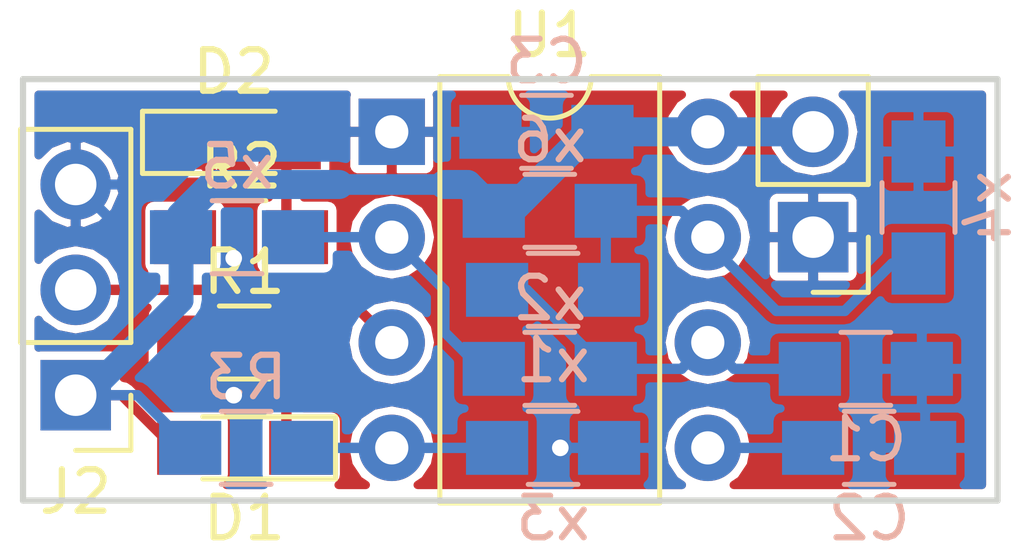
<source format=kicad_pcb>
(kicad_pcb (version 4) (host pcbnew 4.0.7)

  (general
    (links 31)
    (no_connects 0)
    (area 121.164999 102.105 146.285 116.435)
    (thickness 1.6)
    (drawings 7)
    (tracks 60)
    (zones 0)
    (modules 17)
    (nets 11)
  )

  (page A4)
  (layers
    (0 F.Cu signal)
    (31 B.Cu signal)
    (32 B.Adhes user)
    (33 F.Adhes user)
    (34 B.Paste user)
    (35 F.Paste user)
    (36 B.SilkS user)
    (37 F.SilkS user)
    (38 B.Mask user)
    (39 F.Mask user)
    (40 Dwgs.User user)
    (41 Cmts.User user)
    (42 Eco1.User user)
    (43 Eco2.User user)
    (44 Edge.Cuts user)
    (45 Margin user)
    (46 B.CrtYd user)
    (47 F.CrtYd user)
    (48 B.Fab user hide)
    (49 F.Fab user hide)
  )

  (setup
    (last_trace_width 0.7)
    (user_trace_width 0.3)
    (user_trace_width 0.4)
    (user_trace_width 0.5)
    (user_trace_width 0.6)
    (user_trace_width 0.7)
    (trace_clearance 0.2)
    (zone_clearance 0.508)
    (zone_45_only no)
    (trace_min 0.2)
    (segment_width 0.2)
    (edge_width 0.15)
    (via_size 0.6)
    (via_drill 0.4)
    (via_min_size 0.4)
    (via_min_drill 0.3)
    (uvia_size 0.3)
    (uvia_drill 0.1)
    (uvias_allowed no)
    (uvia_min_size 0.2)
    (uvia_min_drill 0.1)
    (pcb_text_width 0.3)
    (pcb_text_size 1.5 1.5)
    (mod_edge_width 0.15)
    (mod_text_size 1 1)
    (mod_text_width 0.15)
    (pad_size 1.524 1.524)
    (pad_drill 0.762)
    (pad_to_mask_clearance 0.2)
    (aux_axis_origin 146.05 103.632)
    (visible_elements FFFCFF7F)
    (pcbplotparams
      (layerselection 0x010f0_80000001)
      (usegerberextensions true)
      (usegerberattributes true)
      (excludeedgelayer true)
      (linewidth 0.100000)
      (plotframeref false)
      (viasonmask false)
      (mode 1)
      (useauxorigin true)
      (hpglpennumber 1)
      (hpglpenspeed 20)
      (hpglpendiameter 15)
      (hpglpenoverlay 2)
      (psnegative false)
      (psa4output false)
      (plotreference false)
      (plotvalue false)
      (plotinvisibletext false)
      (padsonsilk false)
      (subtractmaskfromsilk false)
      (outputformat 1)
      (mirror false)
      (drillshape 0)
      (scaleselection 1)
      (outputdirectory gerbers/))
  )

  (net 0 "")
  (net 1 THRESHOLD)
  (net 2 GND)
  (net 3 "Net-(C2-Pad1)")
  (net 4 VCC)
  (net 5 OUT)
  (net 6 RESET)
  (net 7 TRIGGER)
  (net 8 DISCHARGE)
  (net 9 "Net-(D1-Pad1)")
  (net 10 "Net-(D2-Pad2)")

  (net_class Default "This is the default net class."
    (clearance 0.2)
    (trace_width 0.25)
    (via_dia 0.6)
    (via_drill 0.4)
    (uvia_dia 0.3)
    (uvia_drill 0.1)
    (add_net DISCHARGE)
    (add_net GND)
    (add_net "Net-(C2-Pad1)")
    (add_net "Net-(D1-Pad1)")
    (add_net "Net-(D2-Pad2)")
    (add_net OUT)
    (add_net RESET)
    (add_net THRESHOLD)
    (add_net TRIGGER)
    (add_net VCC)
  )

  (module Resistors_SMD:R_0805_HandSoldering (layer B.Cu) (tedit 58E0A804) (tstamp 5ACFC264)
    (at 142.24 111.125)
    (descr "Resistor SMD 0805, hand soldering")
    (tags "resistor 0805")
    (path /5ACFC244)
    (attr smd)
    (fp_text reference C1 (at 0 1.7) (layer B.SilkS)
      (effects (font (size 1 1) (thickness 0.15)) (justify mirror))
    )
    (fp_text value C_Small (at 0 -1.75) (layer B.Fab)
      (effects (font (size 1 1) (thickness 0.15)) (justify mirror))
    )
    (fp_text user %R (at 0 0) (layer B.Fab)
      (effects (font (size 0.5 0.5) (thickness 0.075)) (justify mirror))
    )
    (fp_line (start -1 -0.62) (end -1 0.62) (layer B.Fab) (width 0.1))
    (fp_line (start 1 -0.62) (end -1 -0.62) (layer B.Fab) (width 0.1))
    (fp_line (start 1 0.62) (end 1 -0.62) (layer B.Fab) (width 0.1))
    (fp_line (start -1 0.62) (end 1 0.62) (layer B.Fab) (width 0.1))
    (fp_line (start 0.6 -0.88) (end -0.6 -0.88) (layer B.SilkS) (width 0.12))
    (fp_line (start -0.6 0.88) (end 0.6 0.88) (layer B.SilkS) (width 0.12))
    (fp_line (start -2.35 0.9) (end 2.35 0.9) (layer B.CrtYd) (width 0.05))
    (fp_line (start -2.35 0.9) (end -2.35 -0.9) (layer B.CrtYd) (width 0.05))
    (fp_line (start 2.35 -0.9) (end 2.35 0.9) (layer B.CrtYd) (width 0.05))
    (fp_line (start 2.35 -0.9) (end -2.35 -0.9) (layer B.CrtYd) (width 0.05))
    (pad 1 smd rect (at -1.35 0) (size 1.5 1.3) (layers B.Cu B.Paste B.Mask)
      (net 1 THRESHOLD))
    (pad 2 smd rect (at 1.35 0) (size 1.5 1.3) (layers B.Cu B.Paste B.Mask)
      (net 2 GND))
    (model ${KISYS3DMOD}/Resistors_SMD.3dshapes/R_0805.wrl
      (at (xyz 0 0 0))
      (scale (xyz 1 1 1))
      (rotate (xyz 0 0 0))
    )
  )

  (module Resistors_SMD:R_0805_HandSoldering (layer B.Cu) (tedit 58E0A804) (tstamp 5ACFC26A)
    (at 142.32 113.03)
    (descr "Resistor SMD 0805, hand soldering")
    (tags "resistor 0805")
    (path /5ACFBEC0)
    (attr smd)
    (fp_text reference C2 (at 0 1.7) (layer B.SilkS)
      (effects (font (size 1 1) (thickness 0.15)) (justify mirror))
    )
    (fp_text value 100nF (at 0 -1.75) (layer B.Fab)
      (effects (font (size 1 1) (thickness 0.15)) (justify mirror))
    )
    (fp_text user %R (at 0 0) (layer B.Fab)
      (effects (font (size 0.5 0.5) (thickness 0.075)) (justify mirror))
    )
    (fp_line (start -1 -0.62) (end -1 0.62) (layer B.Fab) (width 0.1))
    (fp_line (start 1 -0.62) (end -1 -0.62) (layer B.Fab) (width 0.1))
    (fp_line (start 1 0.62) (end 1 -0.62) (layer B.Fab) (width 0.1))
    (fp_line (start -1 0.62) (end 1 0.62) (layer B.Fab) (width 0.1))
    (fp_line (start 0.6 -0.88) (end -0.6 -0.88) (layer B.SilkS) (width 0.12))
    (fp_line (start -0.6 0.88) (end 0.6 0.88) (layer B.SilkS) (width 0.12))
    (fp_line (start -2.35 0.9) (end 2.35 0.9) (layer B.CrtYd) (width 0.05))
    (fp_line (start -2.35 0.9) (end -2.35 -0.9) (layer B.CrtYd) (width 0.05))
    (fp_line (start 2.35 -0.9) (end 2.35 0.9) (layer B.CrtYd) (width 0.05))
    (fp_line (start 2.35 -0.9) (end -2.35 -0.9) (layer B.CrtYd) (width 0.05))
    (pad 1 smd rect (at -1.35 0) (size 1.5 1.3) (layers B.Cu B.Paste B.Mask)
      (net 3 "Net-(C2-Pad1)"))
    (pad 2 smd rect (at 1.35 0) (size 1.5 1.3) (layers B.Cu B.Paste B.Mask)
      (net 2 GND))
    (model ${KISYS3DMOD}/Resistors_SMD.3dshapes/R_0805.wrl
      (at (xyz 0 0 0))
      (scale (xyz 1 1 1))
      (rotate (xyz 0 0 0))
    )
  )

  (module Resistors_SMD:R_0805_HandSoldering (layer B.Cu) (tedit 58E0A804) (tstamp 5ACFC270)
    (at 134.54 105.41 180)
    (descr "Resistor SMD 0805, hand soldering")
    (tags "resistor 0805")
    (path /5ACFBDFC)
    (attr smd)
    (fp_text reference C3 (at 0 1.7 180) (layer B.SilkS)
      (effects (font (size 1 1) (thickness 0.15)) (justify mirror))
    )
    (fp_text value 100nF (at 0 -1.75 180) (layer B.Fab)
      (effects (font (size 1 1) (thickness 0.15)) (justify mirror))
    )
    (fp_text user %R (at 0 0 180) (layer B.Fab)
      (effects (font (size 0.5 0.5) (thickness 0.075)) (justify mirror))
    )
    (fp_line (start -1 -0.62) (end -1 0.62) (layer B.Fab) (width 0.1))
    (fp_line (start 1 -0.62) (end -1 -0.62) (layer B.Fab) (width 0.1))
    (fp_line (start 1 0.62) (end 1 -0.62) (layer B.Fab) (width 0.1))
    (fp_line (start -1 0.62) (end 1 0.62) (layer B.Fab) (width 0.1))
    (fp_line (start 0.6 -0.88) (end -0.6 -0.88) (layer B.SilkS) (width 0.12))
    (fp_line (start -0.6 0.88) (end 0.6 0.88) (layer B.SilkS) (width 0.12))
    (fp_line (start -2.35 0.9) (end 2.35 0.9) (layer B.CrtYd) (width 0.05))
    (fp_line (start -2.35 0.9) (end -2.35 -0.9) (layer B.CrtYd) (width 0.05))
    (fp_line (start 2.35 -0.9) (end 2.35 0.9) (layer B.CrtYd) (width 0.05))
    (fp_line (start 2.35 -0.9) (end -2.35 -0.9) (layer B.CrtYd) (width 0.05))
    (pad 1 smd rect (at -1.35 0 180) (size 1.5 1.3) (layers B.Cu B.Paste B.Mask)
      (net 4 VCC))
    (pad 2 smd rect (at 1.35 0 180) (size 1.5 1.3) (layers B.Cu B.Paste B.Mask)
      (net 2 GND))
    (model ${KISYS3DMOD}/Resistors_SMD.3dshapes/R_0805.wrl
      (at (xyz 0 0 0))
      (scale (xyz 1 1 1))
      (rotate (xyz 0 0 0))
    )
  )

  (module LEDs:LED_0805_HandSoldering (layer F.Cu) (tedit 595FCA25) (tstamp 5ACFC276)
    (at 127.254 113.03 180)
    (descr "Resistor SMD 0805, hand soldering")
    (tags "resistor 0805")
    (path /5ACFD27A)
    (attr smd)
    (fp_text reference D1 (at 0 -1.7 180) (layer F.SilkS)
      (effects (font (size 1 1) (thickness 0.15)))
    )
    (fp_text value LED (at 0 1.75 180) (layer F.Fab)
      (effects (font (size 1 1) (thickness 0.15)))
    )
    (fp_line (start -0.4 -0.4) (end -0.4 0.4) (layer F.Fab) (width 0.1))
    (fp_line (start -0.4 0) (end 0.2 -0.4) (layer F.Fab) (width 0.1))
    (fp_line (start 0.2 0.4) (end -0.4 0) (layer F.Fab) (width 0.1))
    (fp_line (start 0.2 -0.4) (end 0.2 0.4) (layer F.Fab) (width 0.1))
    (fp_line (start -1 0.62) (end -1 -0.62) (layer F.Fab) (width 0.1))
    (fp_line (start 1 0.62) (end -1 0.62) (layer F.Fab) (width 0.1))
    (fp_line (start 1 -0.62) (end 1 0.62) (layer F.Fab) (width 0.1))
    (fp_line (start -1 -0.62) (end 1 -0.62) (layer F.Fab) (width 0.1))
    (fp_line (start 1 0.75) (end -2.2 0.75) (layer F.SilkS) (width 0.12))
    (fp_line (start -2.2 -0.75) (end 1 -0.75) (layer F.SilkS) (width 0.12))
    (fp_line (start -2.35 -0.9) (end 2.35 -0.9) (layer F.CrtYd) (width 0.05))
    (fp_line (start -2.35 -0.9) (end -2.35 0.9) (layer F.CrtYd) (width 0.05))
    (fp_line (start 2.35 0.9) (end 2.35 -0.9) (layer F.CrtYd) (width 0.05))
    (fp_line (start 2.35 0.9) (end -2.35 0.9) (layer F.CrtYd) (width 0.05))
    (fp_line (start -2.2 -0.75) (end -2.2 0.75) (layer F.SilkS) (width 0.12))
    (pad 1 smd rect (at -1.35 0 180) (size 1.5 1.3) (layers F.Cu F.Paste F.Mask)
      (net 9 "Net-(D1-Pad1)"))
    (pad 2 smd rect (at 1.35 0 180) (size 1.5 1.3) (layers F.Cu F.Paste F.Mask)
      (net 4 VCC))
    (model ${KISYS3DMOD}/LEDs.3dshapes/LED_0805.wrl
      (at (xyz 0 0 0))
      (scale (xyz 1 1 1))
      (rotate (xyz 0 0 0))
    )
  )

  (module LEDs:LED_0805_HandSoldering (layer F.Cu) (tedit 595FCA25) (tstamp 5ACFC27C)
    (at 127 105.664)
    (descr "Resistor SMD 0805, hand soldering")
    (tags "resistor 0805")
    (path /5ACFD3CD)
    (attr smd)
    (fp_text reference D2 (at 0 -1.7) (layer F.SilkS)
      (effects (font (size 1 1) (thickness 0.15)))
    )
    (fp_text value LED (at 0 1.75) (layer F.Fab)
      (effects (font (size 1 1) (thickness 0.15)))
    )
    (fp_line (start -0.4 -0.4) (end -0.4 0.4) (layer F.Fab) (width 0.1))
    (fp_line (start -0.4 0) (end 0.2 -0.4) (layer F.Fab) (width 0.1))
    (fp_line (start 0.2 0.4) (end -0.4 0) (layer F.Fab) (width 0.1))
    (fp_line (start 0.2 -0.4) (end 0.2 0.4) (layer F.Fab) (width 0.1))
    (fp_line (start -1 0.62) (end -1 -0.62) (layer F.Fab) (width 0.1))
    (fp_line (start 1 0.62) (end -1 0.62) (layer F.Fab) (width 0.1))
    (fp_line (start 1 -0.62) (end 1 0.62) (layer F.Fab) (width 0.1))
    (fp_line (start -1 -0.62) (end 1 -0.62) (layer F.Fab) (width 0.1))
    (fp_line (start 1 0.75) (end -2.2 0.75) (layer F.SilkS) (width 0.12))
    (fp_line (start -2.2 -0.75) (end 1 -0.75) (layer F.SilkS) (width 0.12))
    (fp_line (start -2.35 -0.9) (end 2.35 -0.9) (layer F.CrtYd) (width 0.05))
    (fp_line (start -2.35 -0.9) (end -2.35 0.9) (layer F.CrtYd) (width 0.05))
    (fp_line (start 2.35 0.9) (end 2.35 -0.9) (layer F.CrtYd) (width 0.05))
    (fp_line (start 2.35 0.9) (end -2.35 0.9) (layer F.CrtYd) (width 0.05))
    (fp_line (start -2.2 -0.75) (end -2.2 0.75) (layer F.SilkS) (width 0.12))
    (pad 1 smd rect (at -1.35 0) (size 1.5 1.3) (layers F.Cu F.Paste F.Mask)
      (net 2 GND))
    (pad 2 smd rect (at 1.35 0) (size 1.5 1.3) (layers F.Cu F.Paste F.Mask)
      (net 10 "Net-(D2-Pad2)"))
    (model ${KISYS3DMOD}/LEDs.3dshapes/LED_0805.wrl
      (at (xyz 0 0 0))
      (scale (xyz 1 1 1))
      (rotate (xyz 0 0 0))
    )
  )

  (module Pin_Headers:Pin_Header_Straight_1x02_Pitch2.54mm (layer F.Cu) (tedit 5ACFC621) (tstamp 5ACFC282)
    (at 140.97 107.95 180)
    (descr "Through hole straight pin header, 1x02, 2.54mm pitch, single row")
    (tags "Through hole pin header THT 1x02 2.54mm single row")
    (path /5ACFBC62)
    (fp_text reference J1 (at 0 -2.33 180) (layer F.SilkS) hide
      (effects (font (size 1 1) (thickness 0.15)))
    )
    (fp_text value PWR (at 0 4.87 180) (layer F.Fab)
      (effects (font (size 1 1) (thickness 0.15)))
    )
    (fp_line (start -0.635 -1.27) (end 1.27 -1.27) (layer F.Fab) (width 0.1))
    (fp_line (start 1.27 -1.27) (end 1.27 3.81) (layer F.Fab) (width 0.1))
    (fp_line (start 1.27 3.81) (end -1.27 3.81) (layer F.Fab) (width 0.1))
    (fp_line (start -1.27 3.81) (end -1.27 -0.635) (layer F.Fab) (width 0.1))
    (fp_line (start -1.27 -0.635) (end -0.635 -1.27) (layer F.Fab) (width 0.1))
    (fp_line (start -1.33 3.87) (end 1.33 3.87) (layer F.SilkS) (width 0.12))
    (fp_line (start -1.33 1.27) (end -1.33 3.87) (layer F.SilkS) (width 0.12))
    (fp_line (start 1.33 1.27) (end 1.33 3.87) (layer F.SilkS) (width 0.12))
    (fp_line (start -1.33 1.27) (end 1.33 1.27) (layer F.SilkS) (width 0.12))
    (fp_line (start -1.33 0) (end -1.33 -1.33) (layer F.SilkS) (width 0.12))
    (fp_line (start -1.33 -1.33) (end 0 -1.33) (layer F.SilkS) (width 0.12))
    (fp_line (start -1.8 -1.8) (end -1.8 4.35) (layer F.CrtYd) (width 0.05))
    (fp_line (start -1.8 4.35) (end 1.8 4.35) (layer F.CrtYd) (width 0.05))
    (fp_line (start 1.8 4.35) (end 1.8 -1.8) (layer F.CrtYd) (width 0.05))
    (fp_line (start 1.8 -1.8) (end -1.8 -1.8) (layer F.CrtYd) (width 0.05))
    (fp_text user %R (at 0 1.27 270) (layer F.Fab)
      (effects (font (size 1 1) (thickness 0.15)))
    )
    (pad 1 thru_hole rect (at 0 0 180) (size 1.7 1.7) (drill 1) (layers *.Cu *.Mask)
      (net 2 GND))
    (pad 2 thru_hole oval (at 0 2.54 180) (size 1.7 1.7) (drill 1) (layers *.Cu *.Mask)
      (net 4 VCC))
    (model ${KISYS3DMOD}/Pin_Headers.3dshapes/Pin_Header_Straight_1x02_Pitch2.54mm.wrl
      (at (xyz 0 0 0))
      (scale (xyz 1 1 1))
      (rotate (xyz 0 0 0))
    )
  )

  (module Pin_Headers:Pin_Header_Straight_1x03_Pitch2.54mm (layer F.Cu) (tedit 59650532) (tstamp 5ACFC289)
    (at 123.19 111.76 180)
    (descr "Through hole straight pin header, 1x03, 2.54mm pitch, single row")
    (tags "Through hole pin header THT 1x03 2.54mm single row")
    (path /5ACFBCE9)
    (fp_text reference J2 (at 0 -2.33 180) (layer F.SilkS)
      (effects (font (size 1 1) (thickness 0.15)))
    )
    (fp_text value OUT (at 0 7.41 180) (layer F.Fab)
      (effects (font (size 1 1) (thickness 0.15)))
    )
    (fp_line (start -0.635 -1.27) (end 1.27 -1.27) (layer F.Fab) (width 0.1))
    (fp_line (start 1.27 -1.27) (end 1.27 6.35) (layer F.Fab) (width 0.1))
    (fp_line (start 1.27 6.35) (end -1.27 6.35) (layer F.Fab) (width 0.1))
    (fp_line (start -1.27 6.35) (end -1.27 -0.635) (layer F.Fab) (width 0.1))
    (fp_line (start -1.27 -0.635) (end -0.635 -1.27) (layer F.Fab) (width 0.1))
    (fp_line (start -1.33 6.41) (end 1.33 6.41) (layer F.SilkS) (width 0.12))
    (fp_line (start -1.33 1.27) (end -1.33 6.41) (layer F.SilkS) (width 0.12))
    (fp_line (start 1.33 1.27) (end 1.33 6.41) (layer F.SilkS) (width 0.12))
    (fp_line (start -1.33 1.27) (end 1.33 1.27) (layer F.SilkS) (width 0.12))
    (fp_line (start -1.33 0) (end -1.33 -1.33) (layer F.SilkS) (width 0.12))
    (fp_line (start -1.33 -1.33) (end 0 -1.33) (layer F.SilkS) (width 0.12))
    (fp_line (start -1.8 -1.8) (end -1.8 6.85) (layer F.CrtYd) (width 0.05))
    (fp_line (start -1.8 6.85) (end 1.8 6.85) (layer F.CrtYd) (width 0.05))
    (fp_line (start 1.8 6.85) (end 1.8 -1.8) (layer F.CrtYd) (width 0.05))
    (fp_line (start 1.8 -1.8) (end -1.8 -1.8) (layer F.CrtYd) (width 0.05))
    (fp_text user %R (at 0 2.54 270) (layer F.Fab)
      (effects (font (size 1 1) (thickness 0.15)))
    )
    (pad 1 thru_hole rect (at 0 0 180) (size 1.7 1.7) (drill 1) (layers *.Cu *.Mask)
      (net 4 VCC))
    (pad 2 thru_hole oval (at 0 2.54 180) (size 1.7 1.7) (drill 1) (layers *.Cu *.Mask)
      (net 5 OUT))
    (pad 3 thru_hole oval (at 0 5.08 180) (size 1.7 1.7) (drill 1) (layers *.Cu *.Mask)
      (net 2 GND))
    (model ${KISYS3DMOD}/Pin_Headers.3dshapes/Pin_Header_Straight_1x03_Pitch2.54mm.wrl
      (at (xyz 0 0 0))
      (scale (xyz 1 1 1))
      (rotate (xyz 0 0 0))
    )
  )

  (module Resistors_SMD:R_0805_HandSoldering (layer F.Cu) (tedit 58E0A804) (tstamp 5ACFC28F)
    (at 127.254 110.49)
    (descr "Resistor SMD 0805, hand soldering")
    (tags "resistor 0805")
    (path /5ACFD310)
    (attr smd)
    (fp_text reference R1 (at 0 -1.7) (layer F.SilkS)
      (effects (font (size 1 1) (thickness 0.15)))
    )
    (fp_text value R_Small (at 0 1.75) (layer F.Fab)
      (effects (font (size 1 1) (thickness 0.15)))
    )
    (fp_text user %R (at 0 0) (layer F.Fab)
      (effects (font (size 0.5 0.5) (thickness 0.075)))
    )
    (fp_line (start -1 0.62) (end -1 -0.62) (layer F.Fab) (width 0.1))
    (fp_line (start 1 0.62) (end -1 0.62) (layer F.Fab) (width 0.1))
    (fp_line (start 1 -0.62) (end 1 0.62) (layer F.Fab) (width 0.1))
    (fp_line (start -1 -0.62) (end 1 -0.62) (layer F.Fab) (width 0.1))
    (fp_line (start 0.6 0.88) (end -0.6 0.88) (layer F.SilkS) (width 0.12))
    (fp_line (start -0.6 -0.88) (end 0.6 -0.88) (layer F.SilkS) (width 0.12))
    (fp_line (start -2.35 -0.9) (end 2.35 -0.9) (layer F.CrtYd) (width 0.05))
    (fp_line (start -2.35 -0.9) (end -2.35 0.9) (layer F.CrtYd) (width 0.05))
    (fp_line (start 2.35 0.9) (end 2.35 -0.9) (layer F.CrtYd) (width 0.05))
    (fp_line (start 2.35 0.9) (end -2.35 0.9) (layer F.CrtYd) (width 0.05))
    (pad 1 smd rect (at -1.35 0) (size 1.5 1.3) (layers F.Cu F.Paste F.Mask)
      (net 5 OUT))
    (pad 2 smd rect (at 1.35 0) (size 1.5 1.3) (layers F.Cu F.Paste F.Mask)
      (net 9 "Net-(D1-Pad1)"))
    (model ${KISYS3DMOD}/Resistors_SMD.3dshapes/R_0805.wrl
      (at (xyz 0 0 0))
      (scale (xyz 1 1 1))
      (rotate (xyz 0 0 0))
    )
  )

  (module Resistors_SMD:R_0805_HandSoldering (layer F.Cu) (tedit 58E0A804) (tstamp 5ACFC295)
    (at 127.174 107.95)
    (descr "Resistor SMD 0805, hand soldering")
    (tags "resistor 0805")
    (path /5ACFD41A)
    (attr smd)
    (fp_text reference R2 (at 0 -1.7) (layer F.SilkS)
      (effects (font (size 1 1) (thickness 0.15)))
    )
    (fp_text value R_Small (at 0 1.75) (layer F.Fab)
      (effects (font (size 1 1) (thickness 0.15)))
    )
    (fp_text user %R (at 0 0) (layer F.Fab)
      (effects (font (size 0.5 0.5) (thickness 0.075)))
    )
    (fp_line (start -1 0.62) (end -1 -0.62) (layer F.Fab) (width 0.1))
    (fp_line (start 1 0.62) (end -1 0.62) (layer F.Fab) (width 0.1))
    (fp_line (start 1 -0.62) (end 1 0.62) (layer F.Fab) (width 0.1))
    (fp_line (start -1 -0.62) (end 1 -0.62) (layer F.Fab) (width 0.1))
    (fp_line (start 0.6 0.88) (end -0.6 0.88) (layer F.SilkS) (width 0.12))
    (fp_line (start -0.6 -0.88) (end 0.6 -0.88) (layer F.SilkS) (width 0.12))
    (fp_line (start -2.35 -0.9) (end 2.35 -0.9) (layer F.CrtYd) (width 0.05))
    (fp_line (start -2.35 -0.9) (end -2.35 0.9) (layer F.CrtYd) (width 0.05))
    (fp_line (start 2.35 0.9) (end 2.35 -0.9) (layer F.CrtYd) (width 0.05))
    (fp_line (start 2.35 0.9) (end -2.35 0.9) (layer F.CrtYd) (width 0.05))
    (pad 1 smd rect (at -1.35 0) (size 1.5 1.3) (layers F.Cu F.Paste F.Mask)
      (net 5 OUT))
    (pad 2 smd rect (at 1.35 0) (size 1.5 1.3) (layers F.Cu F.Paste F.Mask)
      (net 10 "Net-(D2-Pad2)"))
    (model ${KISYS3DMOD}/Resistors_SMD.3dshapes/R_0805.wrl
      (at (xyz 0 0 0))
      (scale (xyz 1 1 1))
      (rotate (xyz 0 0 0))
    )
  )

  (module Resistors_SMD:R_0805_HandSoldering (layer B.Cu) (tedit 58E0A804) (tstamp 5ACFC29B)
    (at 127.3 113.03 180)
    (descr "Resistor SMD 0805, hand soldering")
    (tags "resistor 0805")
    (path /5ACFBFC2)
    (attr smd)
    (fp_text reference R3 (at 0 1.7 180) (layer B.SilkS)
      (effects (font (size 1 1) (thickness 0.15)) (justify mirror))
    )
    (fp_text value 10K (at 0 -1.75 180) (layer B.Fab)
      (effects (font (size 1 1) (thickness 0.15)) (justify mirror))
    )
    (fp_text user %R (at 0 0 180) (layer B.Fab)
      (effects (font (size 0.5 0.5) (thickness 0.075)) (justify mirror))
    )
    (fp_line (start -1 -0.62) (end -1 0.62) (layer B.Fab) (width 0.1))
    (fp_line (start 1 -0.62) (end -1 -0.62) (layer B.Fab) (width 0.1))
    (fp_line (start 1 0.62) (end 1 -0.62) (layer B.Fab) (width 0.1))
    (fp_line (start -1 0.62) (end 1 0.62) (layer B.Fab) (width 0.1))
    (fp_line (start 0.6 -0.88) (end -0.6 -0.88) (layer B.SilkS) (width 0.12))
    (fp_line (start -0.6 0.88) (end 0.6 0.88) (layer B.SilkS) (width 0.12))
    (fp_line (start -2.35 0.9) (end 2.35 0.9) (layer B.CrtYd) (width 0.05))
    (fp_line (start -2.35 0.9) (end -2.35 -0.9) (layer B.CrtYd) (width 0.05))
    (fp_line (start 2.35 -0.9) (end 2.35 0.9) (layer B.CrtYd) (width 0.05))
    (fp_line (start 2.35 -0.9) (end -2.35 -0.9) (layer B.CrtYd) (width 0.05))
    (pad 1 smd rect (at -1.35 0 180) (size 1.5 1.3) (layers B.Cu B.Paste B.Mask)
      (net 6 RESET))
    (pad 2 smd rect (at 1.35 0 180) (size 1.5 1.3) (layers B.Cu B.Paste B.Mask)
      (net 4 VCC))
    (model ${KISYS3DMOD}/Resistors_SMD.3dshapes/R_0805.wrl
      (at (xyz 0 0 0))
      (scale (xyz 1 1 1))
      (rotate (xyz 0 0 0))
    )
  )

  (module Housings_DIP:DIP-8_W7.62mm (layer F.Cu) (tedit 59C78D6B) (tstamp 5ACFC2AC)
    (at 130.81 105.41)
    (descr "8-lead though-hole mounted DIP package, row spacing 7.62 mm (300 mils)")
    (tags "THT DIP DIL PDIP 2.54mm 7.62mm 300mil")
    (path /5ACFBB8E)
    (fp_text reference U1 (at 3.81 -2.33) (layer F.SilkS)
      (effects (font (size 1 1) (thickness 0.15)))
    )
    (fp_text value LM555 (at 3.81 9.95) (layer F.Fab)
      (effects (font (size 1 1) (thickness 0.15)))
    )
    (fp_arc (start 3.81 -1.33) (end 2.81 -1.33) (angle -180) (layer F.SilkS) (width 0.12))
    (fp_line (start 1.635 -1.27) (end 6.985 -1.27) (layer F.Fab) (width 0.1))
    (fp_line (start 6.985 -1.27) (end 6.985 8.89) (layer F.Fab) (width 0.1))
    (fp_line (start 6.985 8.89) (end 0.635 8.89) (layer F.Fab) (width 0.1))
    (fp_line (start 0.635 8.89) (end 0.635 -0.27) (layer F.Fab) (width 0.1))
    (fp_line (start 0.635 -0.27) (end 1.635 -1.27) (layer F.Fab) (width 0.1))
    (fp_line (start 2.81 -1.33) (end 1.16 -1.33) (layer F.SilkS) (width 0.12))
    (fp_line (start 1.16 -1.33) (end 1.16 8.95) (layer F.SilkS) (width 0.12))
    (fp_line (start 1.16 8.95) (end 6.46 8.95) (layer F.SilkS) (width 0.12))
    (fp_line (start 6.46 8.95) (end 6.46 -1.33) (layer F.SilkS) (width 0.12))
    (fp_line (start 6.46 -1.33) (end 4.81 -1.33) (layer F.SilkS) (width 0.12))
    (fp_line (start -1.1 -1.55) (end -1.1 9.15) (layer F.CrtYd) (width 0.05))
    (fp_line (start -1.1 9.15) (end 8.7 9.15) (layer F.CrtYd) (width 0.05))
    (fp_line (start 8.7 9.15) (end 8.7 -1.55) (layer F.CrtYd) (width 0.05))
    (fp_line (start 8.7 -1.55) (end -1.1 -1.55) (layer F.CrtYd) (width 0.05))
    (fp_text user %R (at 3.81 3.81) (layer F.Fab)
      (effects (font (size 1 1) (thickness 0.15)))
    )
    (pad 1 thru_hole rect (at 0 0) (size 1.6 1.6) (drill 0.8) (layers *.Cu *.Mask)
      (net 2 GND))
    (pad 5 thru_hole oval (at 7.62 7.62) (size 1.6 1.6) (drill 0.8) (layers *.Cu *.Mask)
      (net 3 "Net-(C2-Pad1)"))
    (pad 2 thru_hole oval (at 0 2.54) (size 1.6 1.6) (drill 0.8) (layers *.Cu *.Mask)
      (net 7 TRIGGER))
    (pad 6 thru_hole oval (at 7.62 5.08) (size 1.6 1.6) (drill 0.8) (layers *.Cu *.Mask)
      (net 1 THRESHOLD))
    (pad 3 thru_hole oval (at 0 5.08) (size 1.6 1.6) (drill 0.8) (layers *.Cu *.Mask)
      (net 5 OUT))
    (pad 7 thru_hole oval (at 7.62 2.54) (size 1.6 1.6) (drill 0.8) (layers *.Cu *.Mask)
      (net 8 DISCHARGE))
    (pad 4 thru_hole oval (at 0 7.62) (size 1.6 1.6) (drill 0.8) (layers *.Cu *.Mask)
      (net 6 RESET))
    (pad 8 thru_hole oval (at 7.62 0) (size 1.6 1.6) (drill 0.8) (layers *.Cu *.Mask)
      (net 4 VCC))
    (model ${KISYS3DMOD}/Housings_DIP.3dshapes/DIP-8_W7.62mm.wrl
      (at (xyz 0 0 0))
      (scale (xyz 1 1 1))
      (rotate (xyz 0 0 0))
    )
  )

  (module Resistors_SMD:R_0805_HandSoldering (layer B.Cu) (tedit 58E0A804) (tstamp 5ACFC2B2)
    (at 134.7 109.22)
    (descr "Resistor SMD 0805, hand soldering")
    (tags "resistor 0805")
    (path /5ACFC2FE)
    (attr smd)
    (fp_text reference x1 (at 0 1.7) (layer B.SilkS)
      (effects (font (size 1 1) (thickness 0.15)) (justify mirror))
    )
    (fp_text value R_Small (at 0 -1.75) (layer B.Fab)
      (effects (font (size 1 1) (thickness 0.15)) (justify mirror))
    )
    (fp_text user %R (at 0 0) (layer B.Fab)
      (effects (font (size 0.5 0.5) (thickness 0.075)) (justify mirror))
    )
    (fp_line (start -1 -0.62) (end -1 0.62) (layer B.Fab) (width 0.1))
    (fp_line (start 1 -0.62) (end -1 -0.62) (layer B.Fab) (width 0.1))
    (fp_line (start 1 0.62) (end 1 -0.62) (layer B.Fab) (width 0.1))
    (fp_line (start -1 0.62) (end 1 0.62) (layer B.Fab) (width 0.1))
    (fp_line (start 0.6 -0.88) (end -0.6 -0.88) (layer B.SilkS) (width 0.12))
    (fp_line (start -0.6 0.88) (end 0.6 0.88) (layer B.SilkS) (width 0.12))
    (fp_line (start -2.35 0.9) (end 2.35 0.9) (layer B.CrtYd) (width 0.05))
    (fp_line (start -2.35 0.9) (end -2.35 -0.9) (layer B.CrtYd) (width 0.05))
    (fp_line (start 2.35 -0.9) (end 2.35 0.9) (layer B.CrtYd) (width 0.05))
    (fp_line (start 2.35 -0.9) (end -2.35 -0.9) (layer B.CrtYd) (width 0.05))
    (pad 1 smd rect (at -1.35 0) (size 1.5 1.3) (layers B.Cu B.Paste B.Mask)
      (net 1 THRESHOLD))
    (pad 2 smd rect (at 1.35 0) (size 1.5 1.3) (layers B.Cu B.Paste B.Mask)
      (net 8 DISCHARGE))
    (model ${KISYS3DMOD}/Resistors_SMD.3dshapes/R_0805.wrl
      (at (xyz 0 0 0))
      (scale (xyz 1 1 1))
      (rotate (xyz 0 0 0))
    )
  )

  (module Resistors_SMD:R_0805_HandSoldering (layer B.Cu) (tedit 58E0A804) (tstamp 5ACFC2B8)
    (at 134.62 111.125 180)
    (descr "Resistor SMD 0805, hand soldering")
    (tags "resistor 0805")
    (path /5ACFC881)
    (attr smd)
    (fp_text reference x2 (at 0 1.7 180) (layer B.SilkS)
      (effects (font (size 1 1) (thickness 0.15)) (justify mirror))
    )
    (fp_text value R_Small (at 0 -1.75 180) (layer B.Fab)
      (effects (font (size 1 1) (thickness 0.15)) (justify mirror))
    )
    (fp_text user %R (at 0 0 180) (layer B.Fab)
      (effects (font (size 0.5 0.5) (thickness 0.075)) (justify mirror))
    )
    (fp_line (start -1 -0.62) (end -1 0.62) (layer B.Fab) (width 0.1))
    (fp_line (start 1 -0.62) (end -1 -0.62) (layer B.Fab) (width 0.1))
    (fp_line (start 1 0.62) (end 1 -0.62) (layer B.Fab) (width 0.1))
    (fp_line (start -1 0.62) (end 1 0.62) (layer B.Fab) (width 0.1))
    (fp_line (start 0.6 -0.88) (end -0.6 -0.88) (layer B.SilkS) (width 0.12))
    (fp_line (start -0.6 0.88) (end 0.6 0.88) (layer B.SilkS) (width 0.12))
    (fp_line (start -2.35 0.9) (end 2.35 0.9) (layer B.CrtYd) (width 0.05))
    (fp_line (start -2.35 0.9) (end -2.35 -0.9) (layer B.CrtYd) (width 0.05))
    (fp_line (start 2.35 -0.9) (end 2.35 0.9) (layer B.CrtYd) (width 0.05))
    (fp_line (start 2.35 -0.9) (end -2.35 -0.9) (layer B.CrtYd) (width 0.05))
    (pad 1 smd rect (at -1.35 0 180) (size 1.5 1.3) (layers B.Cu B.Paste B.Mask)
      (net 1 THRESHOLD))
    (pad 2 smd rect (at 1.35 0 180) (size 1.5 1.3) (layers B.Cu B.Paste B.Mask)
      (net 7 TRIGGER))
    (model ${KISYS3DMOD}/Resistors_SMD.3dshapes/R_0805.wrl
      (at (xyz 0 0 0))
      (scale (xyz 1 1 1))
      (rotate (xyz 0 0 0))
    )
  )

  (module Resistors_SMD:R_0805_HandSoldering (layer B.Cu) (tedit 58E0A804) (tstamp 5ACFC2BE)
    (at 134.7 113.03)
    (descr "Resistor SMD 0805, hand soldering")
    (tags "resistor 0805")
    (path /5ACFC9D0)
    (attr smd)
    (fp_text reference x3 (at 0 1.7) (layer B.SilkS)
      (effects (font (size 1 1) (thickness 0.15)) (justify mirror))
    )
    (fp_text value R_Small (at 0 -1.75) (layer B.Fab)
      (effects (font (size 1 1) (thickness 0.15)) (justify mirror))
    )
    (fp_text user %R (at 0 0) (layer B.Fab)
      (effects (font (size 0.5 0.5) (thickness 0.075)) (justify mirror))
    )
    (fp_line (start -1 -0.62) (end -1 0.62) (layer B.Fab) (width 0.1))
    (fp_line (start 1 -0.62) (end -1 -0.62) (layer B.Fab) (width 0.1))
    (fp_line (start 1 0.62) (end 1 -0.62) (layer B.Fab) (width 0.1))
    (fp_line (start -1 0.62) (end 1 0.62) (layer B.Fab) (width 0.1))
    (fp_line (start 0.6 -0.88) (end -0.6 -0.88) (layer B.SilkS) (width 0.12))
    (fp_line (start -0.6 0.88) (end 0.6 0.88) (layer B.SilkS) (width 0.12))
    (fp_line (start -2.35 0.9) (end 2.35 0.9) (layer B.CrtYd) (width 0.05))
    (fp_line (start -2.35 0.9) (end -2.35 -0.9) (layer B.CrtYd) (width 0.05))
    (fp_line (start 2.35 -0.9) (end 2.35 0.9) (layer B.CrtYd) (width 0.05))
    (fp_line (start 2.35 -0.9) (end -2.35 -0.9) (layer B.CrtYd) (width 0.05))
    (pad 1 smd rect (at -1.35 0) (size 1.5 1.3) (layers B.Cu B.Paste B.Mask)
      (net 6 RESET))
    (pad 2 smd rect (at 1.35 0) (size 1.5 1.3) (layers B.Cu B.Paste B.Mask)
      (net 2 GND))
    (model ${KISYS3DMOD}/Resistors_SMD.3dshapes/R_0805.wrl
      (at (xyz 0 0 0))
      (scale (xyz 1 1 1))
      (rotate (xyz 0 0 0))
    )
  )

  (module Resistors_SMD:R_0805_HandSoldering (layer B.Cu) (tedit 58E0A804) (tstamp 5ACFC2C4)
    (at 143.51 107.235 90)
    (descr "Resistor SMD 0805, hand soldering")
    (tags "resistor 0805")
    (path /5ACFCB74)
    (attr smd)
    (fp_text reference x4 (at 0 1.7 90) (layer B.SilkS)
      (effects (font (size 1 1) (thickness 0.15)) (justify mirror))
    )
    (fp_text value R_Small (at 0 -1.75 90) (layer B.Fab)
      (effects (font (size 1 1) (thickness 0.15)) (justify mirror))
    )
    (fp_text user %R (at 0 0 90) (layer B.Fab)
      (effects (font (size 0.5 0.5) (thickness 0.075)) (justify mirror))
    )
    (fp_line (start -1 -0.62) (end -1 0.62) (layer B.Fab) (width 0.1))
    (fp_line (start 1 -0.62) (end -1 -0.62) (layer B.Fab) (width 0.1))
    (fp_line (start 1 0.62) (end 1 -0.62) (layer B.Fab) (width 0.1))
    (fp_line (start -1 0.62) (end 1 0.62) (layer B.Fab) (width 0.1))
    (fp_line (start 0.6 -0.88) (end -0.6 -0.88) (layer B.SilkS) (width 0.12))
    (fp_line (start -0.6 0.88) (end 0.6 0.88) (layer B.SilkS) (width 0.12))
    (fp_line (start -2.35 0.9) (end 2.35 0.9) (layer B.CrtYd) (width 0.05))
    (fp_line (start -2.35 0.9) (end -2.35 -0.9) (layer B.CrtYd) (width 0.05))
    (fp_line (start 2.35 -0.9) (end 2.35 0.9) (layer B.CrtYd) (width 0.05))
    (fp_line (start 2.35 -0.9) (end -2.35 -0.9) (layer B.CrtYd) (width 0.05))
    (pad 1 smd rect (at -1.35 0 90) (size 1.5 1.3) (layers B.Cu B.Paste B.Mask)
      (net 8 DISCHARGE))
    (pad 2 smd rect (at 1.35 0 90) (size 1.5 1.3) (layers B.Cu B.Paste B.Mask)
      (net 2 GND))
    (model ${KISYS3DMOD}/Resistors_SMD.3dshapes/R_0805.wrl
      (at (xyz 0 0 0))
      (scale (xyz 1 1 1))
      (rotate (xyz 0 0 0))
    )
  )

  (module Resistors_SMD:R_0805_HandSoldering (layer B.Cu) (tedit 58E0A804) (tstamp 5ACFC2CA)
    (at 127.08 107.95 180)
    (descr "Resistor SMD 0805, hand soldering")
    (tags "resistor 0805")
    (path /5ACFCC17)
    (attr smd)
    (fp_text reference x5 (at 0 1.7 180) (layer B.SilkS)
      (effects (font (size 1 1) (thickness 0.15)) (justify mirror))
    )
    (fp_text value R_Small (at 0 -1.75 180) (layer B.Fab)
      (effects (font (size 1 1) (thickness 0.15)) (justify mirror))
    )
    (fp_text user %R (at 0 0 180) (layer B.Fab)
      (effects (font (size 0.5 0.5) (thickness 0.075)) (justify mirror))
    )
    (fp_line (start -1 -0.62) (end -1 0.62) (layer B.Fab) (width 0.1))
    (fp_line (start 1 -0.62) (end -1 -0.62) (layer B.Fab) (width 0.1))
    (fp_line (start 1 0.62) (end 1 -0.62) (layer B.Fab) (width 0.1))
    (fp_line (start -1 0.62) (end 1 0.62) (layer B.Fab) (width 0.1))
    (fp_line (start 0.6 -0.88) (end -0.6 -0.88) (layer B.SilkS) (width 0.12))
    (fp_line (start -0.6 0.88) (end 0.6 0.88) (layer B.SilkS) (width 0.12))
    (fp_line (start -2.35 0.9) (end 2.35 0.9) (layer B.CrtYd) (width 0.05))
    (fp_line (start -2.35 0.9) (end -2.35 -0.9) (layer B.CrtYd) (width 0.05))
    (fp_line (start 2.35 -0.9) (end 2.35 0.9) (layer B.CrtYd) (width 0.05))
    (fp_line (start 2.35 -0.9) (end -2.35 -0.9) (layer B.CrtYd) (width 0.05))
    (pad 1 smd rect (at -1.35 0 180) (size 1.5 1.3) (layers B.Cu B.Paste B.Mask)
      (net 7 TRIGGER))
    (pad 2 smd rect (at 1.35 0 180) (size 1.5 1.3) (layers B.Cu B.Paste B.Mask)
      (net 4 VCC))
    (model ${KISYS3DMOD}/Resistors_SMD.3dshapes/R_0805.wrl
      (at (xyz 0 0 0))
      (scale (xyz 1 1 1))
      (rotate (xyz 0 0 0))
    )
  )

  (module Resistors_SMD:R_0805_HandSoldering (layer B.Cu) (tedit 58E0A804) (tstamp 5ACFC2D0)
    (at 134.62 107.315 180)
    (descr "Resistor SMD 0805, hand soldering")
    (tags "resistor 0805")
    (path /5ACFCE61)
    (attr smd)
    (fp_text reference x6 (at 0 1.7 180) (layer B.SilkS)
      (effects (font (size 1 1) (thickness 0.15)) (justify mirror))
    )
    (fp_text value R_Small (at 0 -1.75 180) (layer B.Fab)
      (effects (font (size 1 1) (thickness 0.15)) (justify mirror))
    )
    (fp_text user %R (at 0 0 180) (layer B.Fab)
      (effects (font (size 0.5 0.5) (thickness 0.075)) (justify mirror))
    )
    (fp_line (start -1 -0.62) (end -1 0.62) (layer B.Fab) (width 0.1))
    (fp_line (start 1 -0.62) (end -1 -0.62) (layer B.Fab) (width 0.1))
    (fp_line (start 1 0.62) (end 1 -0.62) (layer B.Fab) (width 0.1))
    (fp_line (start -1 0.62) (end 1 0.62) (layer B.Fab) (width 0.1))
    (fp_line (start 0.6 -0.88) (end -0.6 -0.88) (layer B.SilkS) (width 0.12))
    (fp_line (start -0.6 0.88) (end 0.6 0.88) (layer B.SilkS) (width 0.12))
    (fp_line (start -2.35 0.9) (end 2.35 0.9) (layer B.CrtYd) (width 0.05))
    (fp_line (start -2.35 0.9) (end -2.35 -0.9) (layer B.CrtYd) (width 0.05))
    (fp_line (start 2.35 -0.9) (end 2.35 0.9) (layer B.CrtYd) (width 0.05))
    (fp_line (start 2.35 -0.9) (end -2.35 -0.9) (layer B.CrtYd) (width 0.05))
    (pad 1 smd rect (at -1.35 0 180) (size 1.5 1.3) (layers B.Cu B.Paste B.Mask)
      (net 8 DISCHARGE))
    (pad 2 smd rect (at 1.35 0 180) (size 1.5 1.3) (layers B.Cu B.Paste B.Mask)
      (net 4 VCC))
    (model ${KISYS3DMOD}/Resistors_SMD.3dshapes/R_0805.wrl
      (at (xyz 0 0 0))
      (scale (xyz 1 1 1))
      (rotate (xyz 0 0 0))
    )
  )

  (gr_text "uni555 v1.0\nby CRImier" (at 134.874 109.474 90) (layer F.Mask)
    (effects (font (size 1 1) (thickness 0.2)))
  )
  (gr_text "DS\nTH\nCV" (at 143.764 110.49) (layer F.Mask)
    (effects (font (size 1.5 1.5) (thickness 0.3)))
  )
  (gr_text TR (at 128.524 109.982) (layer B.Mask)
    (effects (font (size 1.5 1.5) (thickness 0.3)) (justify mirror))
  )
  (gr_line (start 145.415 104.14) (end 121.92 104.14) (layer Edge.Cuts) (width 0.15))
  (gr_line (start 145.415 114.3) (end 145.415 104.14) (layer Edge.Cuts) (width 0.15))
  (gr_line (start 121.92 114.3) (end 145.415 114.3) (layer Edge.Cuts) (width 0.15))
  (gr_line (start 121.92 104.14) (end 121.92 114.3) (layer Edge.Cuts) (width 0.15))

  (segment (start 135.97 111.125) (end 137.795 111.125) (width 0.25) (layer B.Cu) (net 1))
  (segment (start 137.795 111.125) (end 138.43 110.49) (width 0.25) (layer B.Cu) (net 1))
  (segment (start 133.35 109.22) (end 134.065 109.22) (width 0.25) (layer B.Cu) (net 1))
  (segment (start 134.065 109.22) (end 135.97 111.125) (width 0.25) (layer B.Cu) (net 1))
  (segment (start 140.89 111.125) (end 139.065 111.125) (width 0.25) (layer B.Cu) (net 1))
  (segment (start 139.065 111.125) (end 138.43 110.49) (width 0.25) (layer B.Cu) (net 1))
  (segment (start 125.57 105.41) (end 125.57 105.492514) (width 0.25) (layer F.Cu) (net 2))
  (segment (start 125.57 105.492514) (end 127 106.922514) (width 0.25) (layer F.Cu) (net 2))
  (segment (start 127 106.922514) (end 127 108.458) (width 0.25) (layer F.Cu) (net 2))
  (segment (start 123.19 106.68) (end 124.46 107.95) (width 0.25) (layer B.Cu) (net 2))
  (segment (start 136.05 113.03) (end 134.874 113.03) (width 0.25) (layer B.Cu) (net 2))
  (via (at 134.874 113.03) (size 0.6) (drill 0.4) (layers F.Cu B.Cu) (net 2))
  (segment (start 127 108.458) (end 127.22988 108.68788) (width 0.25) (layer B.Cu) (net 2))
  (segment (start 127.22988 108.68788) (end 127.22988 111.53012) (width 0.25) (layer B.Cu) (net 2))
  (segment (start 127.22988 111.53012) (end 127 111.76) (width 0.25) (layer B.Cu) (net 2))
  (via (at 127 111.76) (size 0.6) (drill 0.4) (layers F.Cu B.Cu) (net 2))
  (via (at 127 108.458) (size 0.6) (drill 0.4) (layers F.Cu B.Cu) (net 2))
  (segment (start 138.43 113.03) (end 140.97 113.03) (width 0.25) (layer B.Cu) (net 3))
  (segment (start 126.492 106.68) (end 125.73 107.442) (width 0.7) (layer B.Cu) (net 4))
  (segment (start 129.54 106.68) (end 132.08 106.68) (width 0.5) (layer B.Cu) (net 4))
  (segment (start 129.54 106.68) (end 126.492 106.68) (width 0.7) (layer B.Cu) (net 4))
  (segment (start 132.635 106.68) (end 133.27 107.315) (width 0.7) (layer B.Cu) (net 4))
  (segment (start 132.08 106.68) (end 132.635 106.68) (width 0.7) (layer B.Cu) (net 4))
  (segment (start 135.89 105.41) (end 135.580002 105.41) (width 0.7) (layer B.Cu) (net 4))
  (segment (start 135.580002 105.41) (end 133.675002 107.315) (width 0.7) (layer B.Cu) (net 4))
  (segment (start 133.675002 107.315) (end 133.27 107.315) (width 0.7) (layer B.Cu) (net 4))
  (segment (start 138.43 105.41) (end 135.89 105.41) (width 0.7) (layer B.Cu) (net 4))
  (segment (start 140.97 105.41) (end 138.43 105.41) (width 0.7) (layer B.Cu) (net 4))
  (segment (start 125.73 107.95) (end 125.73 107.442) (width 0.6) (layer B.Cu) (net 4))
  (segment (start 123.444 111.76) (end 125.73 109.474) (width 0.6) (layer B.Cu) (net 4))
  (segment (start 125.73 109.474) (end 125.73 107.95) (width 0.6) (layer B.Cu) (net 4))
  (segment (start 123.19 111.76) (end 123.444 111.76) (width 0.6) (layer B.Cu) (net 4))
  (segment (start 123.19 111.76) (end 124.68 111.76) (width 0.25) (layer B.Cu) (net 4))
  (segment (start 124.68 111.76) (end 125.95 113.03) (width 0.25) (layer B.Cu) (net 4))
  (segment (start 123.19 111.76) (end 124.3 111.76) (width 0.25) (layer F.Cu) (net 4))
  (segment (start 125.73 112.81) (end 125.95 113.03) (width 0.25) (layer B.Cu) (net 4))
  (segment (start 124.3 111.76) (end 125.57 113.03) (width 0.25) (layer F.Cu) (net 4))
  (segment (start 123.19 109.22) (end 125.57 109.22) (width 0.25) (layer F.Cu) (net 5))
  (segment (start 125.57 109.22) (end 129.54 109.22) (width 0.25) (layer F.Cu) (net 5))
  (segment (start 129.54 109.22) (end 130.81 110.49) (width 0.25) (layer F.Cu) (net 5))
  (segment (start 125.57 109.22) (end 125.57 110.49) (width 0.25) (layer F.Cu) (net 5))
  (segment (start 125.57 107.95) (end 125.57 109.22) (width 0.25) (layer F.Cu) (net 5))
  (segment (start 133.35 113.03) (end 130.81 113.03) (width 0.25) (layer B.Cu) (net 6))
  (segment (start 128.65 113.03) (end 130.81 113.03) (width 0.25) (layer B.Cu) (net 6))
  (segment (start 132.08 110.236) (end 132.08 109.22) (width 0.25) (layer B.Cu) (net 7))
  (segment (start 132.08 109.22) (end 130.81 107.95) (width 0.25) (layer B.Cu) (net 7))
  (segment (start 132.969 111.125) (end 132.08 110.236) (width 0.25) (layer B.Cu) (net 7))
  (segment (start 133.27 111.125) (end 132.969 111.125) (width 0.25) (layer B.Cu) (net 7))
  (segment (start 128.43 107.95) (end 130.81 107.95) (width 0.25) (layer B.Cu) (net 7))
  (segment (start 135.97 107.315) (end 135.97 109.14) (width 0.25) (layer B.Cu) (net 8))
  (segment (start 135.97 109.14) (end 136.05 109.22) (width 0.25) (layer B.Cu) (net 8))
  (segment (start 143.51 108.585) (end 142.875 108.585) (width 0.25) (layer B.Cu) (net 8))
  (segment (start 142.875 108.585) (end 141.732 109.728) (width 0.25) (layer B.Cu) (net 8))
  (segment (start 141.732 109.728) (end 140.082933 109.728) (width 0.25) (layer B.Cu) (net 8))
  (segment (start 140.082933 109.728) (end 138.43 108.075067) (width 0.25) (layer B.Cu) (net 8))
  (segment (start 138.43 108.075067) (end 138.43 107.95) (width 0.25) (layer B.Cu) (net 8))
  (segment (start 135.97 107.315) (end 137.795 107.315) (width 0.25) (layer B.Cu) (net 8))
  (segment (start 137.795 107.315) (end 138.43 107.95) (width 0.25) (layer B.Cu) (net 8))
  (segment (start 128.27 113.03) (end 128.27 110.49) (width 0.25) (layer F.Cu) (net 9))
  (segment (start 128.27 105.41) (end 128.27 107.95) (width 0.25) (layer F.Cu) (net 10))

  (zone (net 2) (net_name GND) (layer F.Cu) (tstamp 0) (hatch edge 0.508)
    (connect_pads (clearance 0.2))
    (min_thickness 0.2)
    (fill yes (arc_segments 16) (thermal_gap 0.2) (thermal_bridge_width 0.24))
    (polygon
      (pts
        (xy 121.92 104.14) (xy 145.415 104.14) (xy 145.415 114.3) (xy 121.92 114.3)
      )
    )
    (filled_polygon
      (pts
        (xy 124.872222 109.720997) (xy 124.848123 109.84) (xy 124.848123 111.14) (xy 124.869042 111.251173) (xy 124.934745 111.353279)
        (xy 125.034997 111.421778) (xy 125.154 111.445877) (xy 126.654 111.445877) (xy 126.765173 111.424958) (xy 126.867279 111.359255)
        (xy 126.935778 111.259003) (xy 126.959877 111.14) (xy 126.959877 109.84) (xy 126.938958 109.728827) (xy 126.885017 109.645)
        (xy 127.624148 109.645) (xy 127.572222 109.720997) (xy 127.548123 109.84) (xy 127.548123 111.14) (xy 127.569042 111.251173)
        (xy 127.634745 111.353279) (xy 127.734997 111.421778) (xy 127.845 111.444054) (xy 127.845 112.075816) (xy 127.742827 112.095042)
        (xy 127.640721 112.160745) (xy 127.572222 112.260997) (xy 127.548123 112.38) (xy 127.548123 113.68) (xy 127.569042 113.791173)
        (xy 127.634745 113.893279) (xy 127.68117 113.925) (xy 126.82727 113.925) (xy 126.867279 113.899255) (xy 126.935778 113.799003)
        (xy 126.959877 113.68) (xy 126.959877 112.38) (xy 126.938958 112.268827) (xy 126.873255 112.166721) (xy 126.773003 112.098222)
        (xy 126.654 112.074123) (xy 125.215163 112.074123) (xy 124.60052 111.45948) (xy 124.462641 111.367351) (xy 124.435657 111.361984)
        (xy 124.345877 111.344125) (xy 124.345877 110.91) (xy 124.324958 110.798827) (xy 124.259255 110.696721) (xy 124.159003 110.628222)
        (xy 124.04 110.604123) (xy 122.34 110.604123) (xy 122.295 110.61259) (xy 122.295 109.944428) (xy 122.354297 110.033173)
        (xy 122.727384 110.282461) (xy 123.16747 110.37) (xy 123.21253 110.37) (xy 123.652616 110.282461) (xy 124.025703 110.033173)
        (xy 124.274991 109.660086) (xy 124.277992 109.645) (xy 124.924148 109.645)
      )
    )
    (filled_polygon
      (pts
        (xy 129.71 104.550327) (xy 129.71 105.315) (xy 129.785 105.39) (xy 130.79 105.39) (xy 130.79 105.37)
        (xy 130.83 105.37) (xy 130.83 105.39) (xy 131.835 105.39) (xy 131.91 105.315) (xy 131.91 104.550327)
        (xy 131.895367 104.515) (xy 137.806009 104.515) (xy 137.630633 104.632183) (xy 137.392183 104.989048) (xy 137.30845 105.41)
        (xy 137.392183 105.830952) (xy 137.630633 106.187817) (xy 137.987498 106.426267) (xy 138.40845 106.51) (xy 138.45155 106.51)
        (xy 138.872502 106.426267) (xy 139.229367 106.187817) (xy 139.467817 105.830952) (xy 139.55155 105.41) (xy 139.467817 104.989048)
        (xy 139.229367 104.632183) (xy 139.053991 104.515) (xy 140.25676 104.515) (xy 140.134297 104.596827) (xy 139.885009 104.969914)
        (xy 139.79747 105.41) (xy 139.885009 105.850086) (xy 140.134297 106.223173) (xy 140.507384 106.472461) (xy 140.94747 106.56)
        (xy 140.99253 106.56) (xy 141.432616 106.472461) (xy 141.805703 106.223173) (xy 142.054991 105.850086) (xy 142.14253 105.41)
        (xy 142.054991 104.969914) (xy 141.805703 104.596827) (xy 141.68324 104.515) (xy 145.04 104.515) (xy 145.04 113.925)
        (xy 139.053991 113.925) (xy 139.229367 113.807817) (xy 139.467817 113.450952) (xy 139.55155 113.03) (xy 139.467817 112.609048)
        (xy 139.229367 112.252183) (xy 138.872502 112.013733) (xy 138.45155 111.93) (xy 138.40845 111.93) (xy 137.987498 112.013733)
        (xy 137.630633 112.252183) (xy 137.392183 112.609048) (xy 137.30845 113.03) (xy 137.392183 113.450952) (xy 137.630633 113.807817)
        (xy 137.806009 113.925) (xy 131.433991 113.925) (xy 131.609367 113.807817) (xy 131.847817 113.450952) (xy 131.93155 113.03)
        (xy 131.847817 112.609048) (xy 131.609367 112.252183) (xy 131.252502 112.013733) (xy 130.83155 111.93) (xy 130.78845 111.93)
        (xy 130.367498 112.013733) (xy 130.010633 112.252183) (xy 129.772183 112.609048) (xy 129.68845 113.03) (xy 129.772183 113.450952)
        (xy 130.010633 113.807817) (xy 130.186009 113.925) (xy 129.52727 113.925) (xy 129.567279 113.899255) (xy 129.635778 113.799003)
        (xy 129.659877 113.68) (xy 129.659877 112.38) (xy 129.638958 112.268827) (xy 129.573255 112.166721) (xy 129.473003 112.098222)
        (xy 129.354 112.074123) (xy 128.695 112.074123) (xy 128.695 111.445877) (xy 129.354 111.445877) (xy 129.465173 111.424958)
        (xy 129.567279 111.359255) (xy 129.635778 111.259003) (xy 129.659877 111.14) (xy 129.659877 109.940917) (xy 129.778521 110.059562)
        (xy 129.772183 110.069048) (xy 129.68845 110.49) (xy 129.772183 110.910952) (xy 130.010633 111.267817) (xy 130.367498 111.506267)
        (xy 130.78845 111.59) (xy 130.83155 111.59) (xy 131.252502 111.506267) (xy 131.609367 111.267817) (xy 131.847817 110.910952)
        (xy 131.93155 110.49) (xy 137.30845 110.49) (xy 137.392183 110.910952) (xy 137.630633 111.267817) (xy 137.987498 111.506267)
        (xy 138.40845 111.59) (xy 138.45155 111.59) (xy 138.872502 111.506267) (xy 139.229367 111.267817) (xy 139.467817 110.910952)
        (xy 139.55155 110.49) (xy 139.467817 110.069048) (xy 139.229367 109.712183) (xy 138.872502 109.473733) (xy 138.45155 109.39)
        (xy 138.40845 109.39) (xy 137.987498 109.473733) (xy 137.630633 109.712183) (xy 137.392183 110.069048) (xy 137.30845 110.49)
        (xy 131.93155 110.49) (xy 131.847817 110.069048) (xy 131.609367 109.712183) (xy 131.252502 109.473733) (xy 130.83155 109.39)
        (xy 130.78845 109.39) (xy 130.390248 109.469208) (xy 129.84052 108.91948) (xy 129.702641 108.827351) (xy 129.675657 108.821984)
        (xy 129.54 108.795) (xy 129.503852 108.795) (xy 129.555778 108.719003) (xy 129.579877 108.6) (xy 129.579877 107.95)
        (xy 129.68845 107.95) (xy 129.772183 108.370952) (xy 130.010633 108.727817) (xy 130.367498 108.966267) (xy 130.78845 109.05)
        (xy 130.83155 109.05) (xy 131.252502 108.966267) (xy 131.609367 108.727817) (xy 131.847817 108.370952) (xy 131.93155 107.95)
        (xy 137.30845 107.95) (xy 137.392183 108.370952) (xy 137.630633 108.727817) (xy 137.987498 108.966267) (xy 138.40845 109.05)
        (xy 138.45155 109.05) (xy 138.872502 108.966267) (xy 139.229367 108.727817) (xy 139.467817 108.370952) (xy 139.532653 108.045)
        (xy 139.82 108.045) (xy 139.82 108.859673) (xy 139.865672 108.969936) (xy 139.950063 109.054328) (xy 140.060326 109.1)
        (xy 140.875 109.1) (xy 140.95 109.025) (xy 140.95 107.97) (xy 140.99 107.97) (xy 140.99 109.025)
        (xy 141.065 109.1) (xy 141.879674 109.1) (xy 141.989937 109.054328) (xy 142.074328 108.969936) (xy 142.12 108.859673)
        (xy 142.12 108.045) (xy 142.045 107.97) (xy 140.99 107.97) (xy 140.95 107.97) (xy 139.895 107.97)
        (xy 139.82 108.045) (xy 139.532653 108.045) (xy 139.55155 107.95) (xy 139.467817 107.529048) (xy 139.229367 107.172183)
        (xy 139.032031 107.040327) (xy 139.82 107.040327) (xy 139.82 107.855) (xy 139.895 107.93) (xy 140.95 107.93)
        (xy 140.95 106.875) (xy 140.99 106.875) (xy 140.99 107.93) (xy 142.045 107.93) (xy 142.12 107.855)
        (xy 142.12 107.040327) (xy 142.074328 106.930064) (xy 141.989937 106.845672) (xy 141.879674 106.8) (xy 141.065 106.8)
        (xy 140.99 106.875) (xy 140.95 106.875) (xy 140.875 106.8) (xy 140.060326 106.8) (xy 139.950063 106.845672)
        (xy 139.865672 106.930064) (xy 139.82 107.040327) (xy 139.032031 107.040327) (xy 138.872502 106.933733) (xy 138.45155 106.85)
        (xy 138.40845 106.85) (xy 137.987498 106.933733) (xy 137.630633 107.172183) (xy 137.392183 107.529048) (xy 137.30845 107.95)
        (xy 131.93155 107.95) (xy 131.847817 107.529048) (xy 131.609367 107.172183) (xy 131.252502 106.933733) (xy 130.83155 106.85)
        (xy 130.78845 106.85) (xy 130.367498 106.933733) (xy 130.010633 107.172183) (xy 129.772183 107.529048) (xy 129.68845 107.95)
        (xy 129.579877 107.95) (xy 129.579877 107.3) (xy 129.558958 107.188827) (xy 129.493255 107.086721) (xy 129.393003 107.018222)
        (xy 129.274 106.994123) (xy 128.695 106.994123) (xy 128.695 106.619877) (xy 129.1 106.619877) (xy 129.211173 106.598958)
        (xy 129.313279 106.533255) (xy 129.381778 106.433003) (xy 129.405877 106.314) (xy 129.405877 105.505) (xy 129.71 105.505)
        (xy 129.71 106.269673) (xy 129.755672 106.379936) (xy 129.840063 106.464328) (xy 129.950326 106.51) (xy 130.715 106.51)
        (xy 130.79 106.435) (xy 130.79 105.43) (xy 130.83 105.43) (xy 130.83 106.435) (xy 130.905 106.51)
        (xy 131.669674 106.51) (xy 131.779937 106.464328) (xy 131.864328 106.379936) (xy 131.91 106.269673) (xy 131.91 105.505)
        (xy 131.835 105.43) (xy 130.83 105.43) (xy 130.79 105.43) (xy 129.785 105.43) (xy 129.71 105.505)
        (xy 129.405877 105.505) (xy 129.405877 105.014) (xy 129.384958 104.902827) (xy 129.319255 104.800721) (xy 129.219003 104.732222)
        (xy 129.1 104.708123) (xy 127.6 104.708123) (xy 127.488827 104.729042) (xy 127.386721 104.794745) (xy 127.318222 104.894997)
        (xy 127.294123 105.014) (xy 127.294123 106.314) (xy 127.315042 106.425173) (xy 127.380745 106.527279) (xy 127.480997 106.595778)
        (xy 127.6 106.619877) (xy 127.845 106.619877) (xy 127.845 106.994123) (xy 127.774 106.994123) (xy 127.662827 107.015042)
        (xy 127.560721 107.080745) (xy 127.492222 107.180997) (xy 127.468123 107.3) (xy 127.468123 108.6) (xy 127.489042 108.711173)
        (xy 127.542983 108.795) (xy 126.803852 108.795) (xy 126.855778 108.719003) (xy 126.879877 108.6) (xy 126.879877 107.3)
        (xy 126.858958 107.188827) (xy 126.793255 107.086721) (xy 126.693003 107.018222) (xy 126.574 106.994123) (xy 125.074 106.994123)
        (xy 124.962827 107.015042) (xy 124.860721 107.080745) (xy 124.792222 107.180997) (xy 124.768123 107.3) (xy 124.768123 108.6)
        (xy 124.789042 108.711173) (xy 124.842983 108.795) (xy 124.277992 108.795) (xy 124.274991 108.779914) (xy 124.025703 108.406827)
        (xy 123.652616 108.157539) (xy 123.21253 108.07) (xy 123.16747 108.07) (xy 122.727384 108.157539) (xy 122.354297 108.406827)
        (xy 122.295 108.495572) (xy 122.295 107.384646) (xy 122.572164 107.64994) (xy 122.990374 107.812543) (xy 123.17 107.754828)
        (xy 123.17 106.7) (xy 123.21 106.7) (xy 123.21 107.754828) (xy 123.389626 107.812543) (xy 123.807836 107.64994)
        (xy 124.131986 107.339672) (xy 124.312727 106.928975) (xy 124.322541 106.879626) (xy 124.264814 106.7) (xy 123.21 106.7)
        (xy 123.17 106.7) (xy 123.15 106.7) (xy 123.15 106.66) (xy 123.17 106.66) (xy 123.17 105.605172)
        (xy 123.21 105.605172) (xy 123.21 106.66) (xy 124.264814 106.66) (xy 124.322541 106.480374) (xy 124.312727 106.431025)
        (xy 124.131986 106.020328) (xy 123.858966 105.759) (xy 124.6 105.759) (xy 124.6 106.373673) (xy 124.645672 106.483936)
        (xy 124.730063 106.568328) (xy 124.840326 106.614) (xy 125.555 106.614) (xy 125.63 106.539) (xy 125.63 105.684)
        (xy 125.67 105.684) (xy 125.67 106.539) (xy 125.745 106.614) (xy 126.459674 106.614) (xy 126.569937 106.568328)
        (xy 126.654328 106.483936) (xy 126.7 106.373673) (xy 126.7 105.759) (xy 126.625 105.684) (xy 125.67 105.684)
        (xy 125.63 105.684) (xy 124.675 105.684) (xy 124.6 105.759) (xy 123.858966 105.759) (xy 123.807836 105.71006)
        (xy 123.389626 105.547457) (xy 123.21 105.605172) (xy 123.17 105.605172) (xy 122.990374 105.547457) (xy 122.572164 105.71006)
        (xy 122.295 105.975354) (xy 122.295 104.954327) (xy 124.6 104.954327) (xy 124.6 105.569) (xy 124.675 105.644)
        (xy 125.63 105.644) (xy 125.63 104.789) (xy 125.67 104.789) (xy 125.67 105.644) (xy 126.625 105.644)
        (xy 126.7 105.569) (xy 126.7 104.954327) (xy 126.654328 104.844064) (xy 126.569937 104.759672) (xy 126.459674 104.714)
        (xy 125.745 104.714) (xy 125.67 104.789) (xy 125.63 104.789) (xy 125.555 104.714) (xy 124.840326 104.714)
        (xy 124.730063 104.759672) (xy 124.645672 104.844064) (xy 124.6 104.954327) (xy 122.295 104.954327) (xy 122.295 104.515)
        (xy 129.724633 104.515)
      )
    )
  )
  (zone (net 2) (net_name GND) (layer B.Cu) (tstamp 5ACFC56A) (hatch edge 0.508)
    (connect_pads (clearance 0.2))
    (min_thickness 0.2)
    (fill yes (arc_segments 16) (thermal_gap 0.2) (thermal_bridge_width 0.24))
    (polygon
      (pts
        (xy 121.92 114.3) (xy 145.415 114.3) (xy 145.415 104.14) (xy 121.92 104.14)
      )
    )
    (filled_polygon
      (pts
        (xy 145.04 113.925) (xy 144.599265 113.925) (xy 144.674328 113.849936) (xy 144.72 113.739673) (xy 144.72 113.125)
        (xy 144.645 113.05) (xy 143.69 113.05) (xy 143.69 113.07) (xy 143.65 113.07) (xy 143.65 113.05)
        (xy 142.695 113.05) (xy 142.62 113.125) (xy 142.62 113.739673) (xy 142.665672 113.849936) (xy 142.740735 113.925)
        (xy 141.89327 113.925) (xy 141.933279 113.899255) (xy 142.001778 113.799003) (xy 142.025877 113.68) (xy 142.025877 112.38)
        (xy 142.014649 112.320327) (xy 142.62 112.320327) (xy 142.62 112.935) (xy 142.695 113.01) (xy 143.65 113.01)
        (xy 143.65 112.155) (xy 143.69 112.155) (xy 143.69 113.01) (xy 144.645 113.01) (xy 144.72 112.935)
        (xy 144.72 112.320327) (xy 144.674328 112.210064) (xy 144.589937 112.125672) (xy 144.479674 112.08) (xy 143.765 112.08)
        (xy 143.69 112.155) (xy 143.65 112.155) (xy 143.575 112.08) (xy 142.860326 112.08) (xy 142.750063 112.125672)
        (xy 142.665672 112.210064) (xy 142.62 112.320327) (xy 142.014649 112.320327) (xy 142.004958 112.268827) (xy 141.939255 112.166721)
        (xy 141.839003 112.098222) (xy 141.72 112.074123) (xy 141.675894 112.074123) (xy 141.751173 112.059958) (xy 141.853279 111.994255)
        (xy 141.921778 111.894003) (xy 141.945877 111.775) (xy 141.945877 111.22) (xy 142.54 111.22) (xy 142.54 111.834673)
        (xy 142.585672 111.944936) (xy 142.670063 112.029328) (xy 142.780326 112.075) (xy 143.495 112.075) (xy 143.57 112)
        (xy 143.57 111.145) (xy 143.61 111.145) (xy 143.61 112) (xy 143.685 112.075) (xy 144.399674 112.075)
        (xy 144.509937 112.029328) (xy 144.594328 111.944936) (xy 144.64 111.834673) (xy 144.64 111.22) (xy 144.565 111.145)
        (xy 143.61 111.145) (xy 143.57 111.145) (xy 142.615 111.145) (xy 142.54 111.22) (xy 141.945877 111.22)
        (xy 141.945877 110.475) (xy 141.934649 110.415327) (xy 142.54 110.415327) (xy 142.54 111.03) (xy 142.615 111.105)
        (xy 143.57 111.105) (xy 143.57 110.25) (xy 143.61 110.25) (xy 143.61 111.105) (xy 144.565 111.105)
        (xy 144.64 111.03) (xy 144.64 110.415327) (xy 144.594328 110.305064) (xy 144.509937 110.220672) (xy 144.399674 110.175)
        (xy 143.685 110.175) (xy 143.61 110.25) (xy 143.57 110.25) (xy 143.495 110.175) (xy 142.780326 110.175)
        (xy 142.670063 110.220672) (xy 142.585672 110.305064) (xy 142.54 110.415327) (xy 141.934649 110.415327) (xy 141.924958 110.363827)
        (xy 141.859255 110.261721) (xy 141.759003 110.193222) (xy 141.64 110.169123) (xy 140.14 110.169123) (xy 140.028827 110.190042)
        (xy 139.926721 110.255745) (xy 139.858222 110.355997) (xy 139.834123 110.475) (xy 139.834123 110.7) (xy 139.509778 110.7)
        (xy 139.55155 110.49) (xy 139.467817 110.069048) (xy 139.229367 109.712183) (xy 138.872502 109.473733) (xy 138.45155 109.39)
        (xy 138.40845 109.39) (xy 137.987498 109.473733) (xy 137.630633 109.712183) (xy 137.392183 110.069048) (xy 137.30845 110.49)
        (xy 137.350222 110.7) (xy 137.025877 110.7) (xy 137.025877 110.475) (xy 137.004958 110.363827) (xy 136.939255 110.261721)
        (xy 136.839003 110.193222) (xy 136.753352 110.175877) (xy 136.8 110.175877) (xy 136.911173 110.154958) (xy 137.013279 110.089255)
        (xy 137.081778 109.989003) (xy 137.105877 109.87) (xy 137.105877 108.57) (xy 137.084958 108.458827) (xy 137.019255 108.356721)
        (xy 136.919003 108.288222) (xy 136.8 108.264123) (xy 136.755894 108.264123) (xy 136.831173 108.249958) (xy 136.933279 108.184255)
        (xy 137.001778 108.084003) (xy 137.025877 107.965) (xy 137.025877 107.74) (xy 137.350222 107.74) (xy 137.30845 107.95)
        (xy 137.392183 108.370952) (xy 137.630633 108.727817) (xy 137.987498 108.966267) (xy 138.40845 109.05) (xy 138.45155 109.05)
        (xy 138.745435 108.991542) (xy 139.782412 110.02852) (xy 139.83701 110.065001) (xy 139.920293 110.120649) (xy 140.082933 110.153)
        (xy 141.732 110.153) (xy 141.867657 110.126016) (xy 141.894641 110.120649) (xy 142.03252 110.02852) (xy 142.590635 109.470405)
        (xy 142.640745 109.548279) (xy 142.740997 109.616778) (xy 142.86 109.640877) (xy 144.16 109.640877) (xy 144.271173 109.619958)
        (xy 144.373279 109.554255) (xy 144.441778 109.454003) (xy 144.465877 109.335) (xy 144.465877 107.835) (xy 144.444958 107.723827)
        (xy 144.379255 107.621721) (xy 144.279003 107.553222) (xy 144.16 107.529123) (xy 142.86 107.529123) (xy 142.748827 107.550042)
        (xy 142.646721 107.615745) (xy 142.578222 107.715997) (xy 142.554123 107.835) (xy 142.554123 108.304837) (xy 142.12 108.73896)
        (xy 142.12 108.045) (xy 142.045 107.97) (xy 140.99 107.97) (xy 140.99 109.025) (xy 141.065 109.1)
        (xy 141.75896 109.1) (xy 141.55596 109.303) (xy 140.258974 109.303) (xy 140.052896 109.096923) (xy 140.060326 109.1)
        (xy 140.875 109.1) (xy 140.95 109.025) (xy 140.95 107.97) (xy 139.895 107.97) (xy 139.82 108.045)
        (xy 139.82 108.859673) (xy 139.823078 108.867105) (xy 139.411384 108.45541) (xy 139.467817 108.370952) (xy 139.55155 107.95)
        (xy 139.467817 107.529048) (xy 139.229367 107.172183) (xy 139.032031 107.040327) (xy 139.82 107.040327) (xy 139.82 107.855)
        (xy 139.895 107.93) (xy 140.95 107.93) (xy 140.95 106.875) (xy 140.99 106.875) (xy 140.99 107.93)
        (xy 142.045 107.93) (xy 142.12 107.855) (xy 142.12 107.040327) (xy 142.074328 106.930064) (xy 141.989937 106.845672)
        (xy 141.879674 106.8) (xy 141.065 106.8) (xy 140.99 106.875) (xy 140.95 106.875) (xy 140.875 106.8)
        (xy 140.060326 106.8) (xy 139.950063 106.845672) (xy 139.865672 106.930064) (xy 139.82 107.040327) (xy 139.032031 107.040327)
        (xy 138.872502 106.933733) (xy 138.45155 106.85) (xy 138.40845 106.85) (xy 137.987498 106.933733) (xy 137.981087 106.938017)
        (xy 137.957641 106.922351) (xy 137.930657 106.916984) (xy 137.795 106.89) (xy 137.025877 106.89) (xy 137.025877 106.665)
        (xy 137.004958 106.553827) (xy 136.939255 106.451721) (xy 136.839003 106.383222) (xy 136.72 106.359123) (xy 136.675894 106.359123)
        (xy 136.751173 106.344958) (xy 136.853279 106.279255) (xy 136.921778 106.179003) (xy 136.945877 106.06) (xy 137.545228 106.06)
        (xy 137.630633 106.187817) (xy 137.987498 106.426267) (xy 138.40845 106.51) (xy 138.45155 106.51) (xy 138.872502 106.426267)
        (xy 139.229367 106.187817) (xy 139.314772 106.06) (xy 140.025269 106.06) (xy 140.134297 106.223173) (xy 140.507384 106.472461)
        (xy 140.94747 106.56) (xy 140.99253 106.56) (xy 141.432616 106.472461) (xy 141.805703 106.223173) (xy 141.968185 105.98)
        (xy 142.56 105.98) (xy 142.56 106.694674) (xy 142.605672 106.804937) (xy 142.690064 106.889328) (xy 142.800327 106.935)
        (xy 143.415 106.935) (xy 143.49 106.86) (xy 143.49 105.905) (xy 143.53 105.905) (xy 143.53 106.86)
        (xy 143.605 106.935) (xy 144.219673 106.935) (xy 144.329936 106.889328) (xy 144.414328 106.804937) (xy 144.46 106.694674)
        (xy 144.46 105.98) (xy 144.385 105.905) (xy 143.53 105.905) (xy 143.49 105.905) (xy 142.635 105.905)
        (xy 142.56 105.98) (xy 141.968185 105.98) (xy 142.054991 105.850086) (xy 142.14253 105.41) (xy 142.075959 105.075326)
        (xy 142.56 105.075326) (xy 142.56 105.79) (xy 142.635 105.865) (xy 143.49 105.865) (xy 143.49 104.91)
        (xy 143.53 104.91) (xy 143.53 105.865) (xy 144.385 105.865) (xy 144.46 105.79) (xy 144.46 105.075326)
        (xy 144.414328 104.965063) (xy 144.329936 104.880672) (xy 144.219673 104.835) (xy 143.605 104.835) (xy 143.53 104.91)
        (xy 143.49 104.91) (xy 143.415 104.835) (xy 142.800327 104.835) (xy 142.690064 104.880672) (xy 142.605672 104.965063)
        (xy 142.56 105.075326) (xy 142.075959 105.075326) (xy 142.054991 104.969914) (xy 141.805703 104.596827) (xy 141.68324 104.515)
        (xy 145.04 104.515)
      )
    )
    (filled_polygon
      (pts
        (xy 134.914123 110.670163) (xy 134.914123 111.775) (xy 134.935042 111.886173) (xy 135.000745 111.988279) (xy 135.100997 112.056778)
        (xy 135.22 112.080877) (xy 135.238209 112.080877) (xy 135.130063 112.125672) (xy 135.045672 112.210064) (xy 135 112.320327)
        (xy 135 112.935) (xy 135.075 113.01) (xy 136.03 113.01) (xy 136.03 112.99) (xy 136.07 112.99)
        (xy 136.07 113.01) (xy 137.025 113.01) (xy 137.1 112.935) (xy 137.1 112.320327) (xy 137.054328 112.210064)
        (xy 136.969937 112.125672) (xy 136.859674 112.08) (xy 136.724661 112.08) (xy 136.831173 112.059958) (xy 136.933279 111.994255)
        (xy 137.001778 111.894003) (xy 137.025877 111.775) (xy 137.025877 111.55) (xy 137.795 111.55) (xy 137.930657 111.523016)
        (xy 137.957641 111.517649) (xy 137.981087 111.501983) (xy 137.987498 111.506267) (xy 138.40845 111.59) (xy 138.45155 111.59)
        (xy 138.872502 111.506267) (xy 138.878913 111.501983) (xy 138.902359 111.517649) (xy 139.065 111.55) (xy 139.834123 111.55)
        (xy 139.834123 111.775) (xy 139.855042 111.886173) (xy 139.920745 111.988279) (xy 140.020997 112.056778) (xy 140.14 112.080877)
        (xy 140.184106 112.080877) (xy 140.108827 112.095042) (xy 140.006721 112.160745) (xy 139.938222 112.260997) (xy 139.914123 112.38)
        (xy 139.914123 112.605) (xy 139.465112 112.605) (xy 139.229367 112.252183) (xy 138.872502 112.013733) (xy 138.45155 111.93)
        (xy 138.40845 111.93) (xy 137.987498 112.013733) (xy 137.630633 112.252183) (xy 137.392183 112.609048) (xy 137.30845 113.03)
        (xy 137.392183 113.450952) (xy 137.630633 113.807817) (xy 137.806009 113.925) (xy 136.979265 113.925) (xy 137.054328 113.849936)
        (xy 137.1 113.739673) (xy 137.1 113.125) (xy 137.025 113.05) (xy 136.07 113.05) (xy 136.07 113.07)
        (xy 136.03 113.07) (xy 136.03 113.05) (xy 135.075 113.05) (xy 135 113.125) (xy 135 113.739673)
        (xy 135.045672 113.849936) (xy 135.120735 113.925) (xy 134.27327 113.925) (xy 134.313279 113.899255) (xy 134.381778 113.799003)
        (xy 134.405877 113.68) (xy 134.405877 112.38) (xy 134.384958 112.268827) (xy 134.319255 112.166721) (xy 134.219003 112.098222)
        (xy 134.1 112.074123) (xy 134.055894 112.074123) (xy 134.131173 112.059958) (xy 134.233279 111.994255) (xy 134.301778 111.894003)
        (xy 134.325877 111.775) (xy 134.325877 110.475) (xy 134.304958 110.363827) (xy 134.239255 110.261721) (xy 134.139003 110.193222)
        (xy 134.053352 110.175877) (xy 134.1 110.175877) (xy 134.211173 110.154958) (xy 134.313279 110.089255) (xy 134.321371 110.077411)
      )
    )
    (filled_polygon
      (pts
        (xy 127.374123 108.6) (xy 127.395042 108.711173) (xy 127.460745 108.813279) (xy 127.560997 108.881778) (xy 127.68 108.905877)
        (xy 129.18 108.905877) (xy 129.291173 108.884958) (xy 129.393279 108.819255) (xy 129.461778 108.719003) (xy 129.485877 108.6)
        (xy 129.485877 108.375) (xy 129.774888 108.375) (xy 130.010633 108.727817) (xy 130.367498 108.966267) (xy 130.78845 109.05)
        (xy 130.83155 109.05) (xy 131.229752 108.970792) (xy 131.655 109.396041) (xy 131.655 109.780477) (xy 131.609367 109.712183)
        (xy 131.252502 109.473733) (xy 130.83155 109.39) (xy 130.78845 109.39) (xy 130.367498 109.473733) (xy 130.010633 109.712183)
        (xy 129.772183 110.069048) (xy 129.68845 110.49) (xy 129.772183 110.910952) (xy 130.010633 111.267817) (xy 130.367498 111.506267)
        (xy 130.78845 111.59) (xy 130.83155 111.59) (xy 131.252502 111.506267) (xy 131.609367 111.267817) (xy 131.847817 110.910952)
        (xy 131.898602 110.655642) (xy 132.214123 110.971163) (xy 132.214123 111.775) (xy 132.235042 111.886173) (xy 132.300745 111.988279)
        (xy 132.400997 112.056778) (xy 132.52 112.080877) (xy 132.564106 112.080877) (xy 132.488827 112.095042) (xy 132.386721 112.160745)
        (xy 132.318222 112.260997) (xy 132.294123 112.38) (xy 132.294123 112.605) (xy 131.845112 112.605) (xy 131.609367 112.252183)
        (xy 131.252502 112.013733) (xy 130.83155 111.93) (xy 130.78845 111.93) (xy 130.367498 112.013733) (xy 130.010633 112.252183)
        (xy 129.774888 112.605) (xy 129.705877 112.605) (xy 129.705877 112.38) (xy 129.684958 112.268827) (xy 129.619255 112.166721)
        (xy 129.519003 112.098222) (xy 129.4 112.074123) (xy 127.9 112.074123) (xy 127.788827 112.095042) (xy 127.686721 112.160745)
        (xy 127.618222 112.260997) (xy 127.594123 112.38) (xy 127.594123 113.68) (xy 127.615042 113.791173) (xy 127.680745 113.893279)
        (xy 127.72717 113.925) (xy 126.87327 113.925) (xy 126.913279 113.899255) (xy 126.981778 113.799003) (xy 127.005877 113.68)
        (xy 127.005877 112.38) (xy 126.984958 112.268827) (xy 126.919255 112.166721) (xy 126.819003 112.098222) (xy 126.7 112.074123)
        (xy 125.595163 112.074123) (xy 124.98052 111.45948) (xy 124.842641 111.367351) (xy 124.815657 111.361984) (xy 124.711302 111.341226)
        (xy 126.154264 109.898264) (xy 126.284328 109.70361) (xy 126.33 109.474) (xy 126.33 108.905877) (xy 126.48 108.905877)
        (xy 126.591173 108.884958) (xy 126.693279 108.819255) (xy 126.761778 108.719003) (xy 126.785877 108.6) (xy 126.785877 107.33)
        (xy 127.374123 107.33)
      )
    )
    (filled_polygon
      (pts
        (xy 129.71 104.550327) (xy 129.71 105.315) (xy 129.785 105.39) (xy 130.79 105.39) (xy 130.79 105.37)
        (xy 130.83 105.37) (xy 130.83 105.39) (xy 131.835 105.39) (xy 131.91 105.315) (xy 131.91 104.550327)
        (xy 131.895367 104.515) (xy 132.260735 104.515) (xy 132.185672 104.590064) (xy 132.14 104.700327) (xy 132.14 105.315)
        (xy 132.215 105.39) (xy 133.17 105.39) (xy 133.17 105.37) (xy 133.21 105.37) (xy 133.21 105.39)
        (xy 134.165 105.39) (xy 134.24 105.315) (xy 134.24 104.700327) (xy 134.194328 104.590064) (xy 134.119265 104.515)
        (xy 134.96673 104.515) (xy 134.926721 104.540745) (xy 134.858222 104.640997) (xy 134.834123 104.76) (xy 134.834123 105.23664)
        (xy 134.24 105.830763) (xy 134.24 105.505) (xy 134.165 105.43) (xy 133.21 105.43) (xy 133.21 105.45)
        (xy 133.17 105.45) (xy 133.17 105.43) (xy 132.215 105.43) (xy 132.14 105.505) (xy 132.14 106.03)
        (xy 132.08 106.03) (xy 131.91 106.063815) (xy 131.91 105.505) (xy 131.835 105.43) (xy 130.83 105.43)
        (xy 130.83 105.45) (xy 130.79 105.45) (xy 130.79 105.43) (xy 129.785 105.43) (xy 129.71 105.505)
        (xy 129.71 106.063815) (xy 129.54 106.03) (xy 126.492 106.03) (xy 126.243256 106.079478) (xy 126.032381 106.22038)
        (xy 125.270381 106.982381) (xy 125.262535 106.994123) (xy 124.98 106.994123) (xy 124.868827 107.015042) (xy 124.766721 107.080745)
        (xy 124.698222 107.180997) (xy 124.674123 107.3) (xy 124.674123 108.6) (xy 124.695042 108.711173) (xy 124.760745 108.813279)
        (xy 124.860997 108.881778) (xy 124.98 108.905877) (xy 125.13 108.905877) (xy 125.13 109.225472) (xy 123.751349 110.604123)
        (xy 122.34 110.604123) (xy 122.295 110.61259) (xy 122.295 109.944428) (xy 122.354297 110.033173) (xy 122.727384 110.282461)
        (xy 123.16747 110.37) (xy 123.21253 110.37) (xy 123.652616 110.282461) (xy 124.025703 110.033173) (xy 124.274991 109.660086)
        (xy 124.36253 109.22) (xy 124.274991 108.779914) (xy 124.025703 108.406827) (xy 123.652616 108.157539) (xy 123.21253 108.07)
        (xy 123.16747 108.07) (xy 122.727384 108.157539) (xy 122.354297 108.406827) (xy 122.295 108.495572) (xy 122.295 107.384646)
        (xy 122.572164 107.64994) (xy 122.990374 107.812543) (xy 123.17 107.754828) (xy 123.17 106.7) (xy 123.21 106.7)
        (xy 123.21 107.754828) (xy 123.389626 107.812543) (xy 123.807836 107.64994) (xy 124.131986 107.339672) (xy 124.312727 106.928975)
        (xy 124.322541 106.879626) (xy 124.264814 106.7) (xy 123.21 106.7) (xy 123.17 106.7) (xy 123.15 106.7)
        (xy 123.15 106.66) (xy 123.17 106.66) (xy 123.17 105.605172) (xy 123.21 105.605172) (xy 123.21 106.66)
        (xy 124.264814 106.66) (xy 124.322541 106.480374) (xy 124.312727 106.431025) (xy 124.131986 106.020328) (xy 123.807836 105.71006)
        (xy 123.389626 105.547457) (xy 123.21 105.605172) (xy 123.17 105.605172) (xy 122.990374 105.547457) (xy 122.572164 105.71006)
        (xy 122.295 105.975354) (xy 122.295 104.515) (xy 129.724633 104.515)
      )
    )
  )
)

</source>
